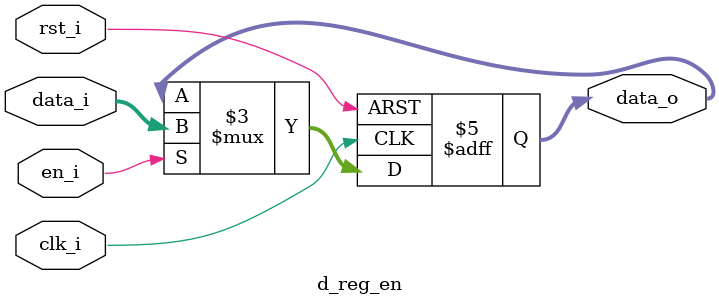
<source format=v>
module d_reg_en(  
 input      clk_i,
 input      rst_i,
 input      en_i,
 input      [63:0] data_i,
 output reg [63:0] data_o
);

   always @ (posedge clk_i, posedge rst_i) begin
    if (rst_i) begin
     data_o <= 0;
    end else if(en_i) begin
     data_o <= data_i;
    end else
        data_o <= data_o;
   end
 
endmodule
</source>
